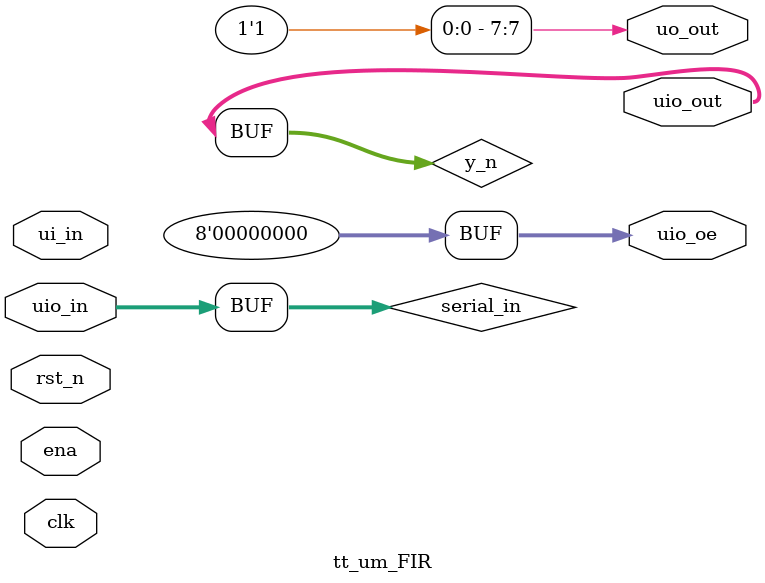
<source format=v>
`default_nettype none

module tt_um_FIR #(parameter N = 8, parameter SIZE = 8, parameter NUM_COEFF = 4) (
    input  wire [7:0] ui_in,    // Dedicated inputs - connected to the input switches
    output wire [7:0] uo_out,   // Dedicated outputs - connected to the 7 segment display
    input  wire [7:0] uio_in,   // IOs: Bidirectional Input path
    output wire [7:0] uio_out,  // IOs: Bidirectional Output path
    output wire [7:0] uio_oe,   // IOs: Bidirectional Enable path (active high: 0=input, 1=output)
    input  wire       ena,      // will go high when the design is enabled
    input  wire       clk,      // clock
    input  wire       rst_n     // reset_n - low to reset
);

	assign uio_oe = 0;

	// It's ALIVE !
	assign uo_out[7] = 1;


	wire [7:0] serial_in;
	assign serial_in = uio_in;

	wire [7:0] y_n;
	assign uio_out = y_n;

	// Deco y[n] va a 7seg_display
	//deco_7seg deco7_seg (.entrada(y_n[7:0]), .salida(uo_out[6:0]));


	wire [NUM_COEFF*SIZE-1:0] parallel_out;


	wire [SIZE*NUM_COEFF-1:0] coeffs;


	/*
	coeffs_regs cfs1(
		.coeff({1'b0, 1'b0, 1'b0, ui_in[7:3]}), 
		.sel(ui_in[2:1]), 
		.en(ui_in[0]), 
		.rst(rst_n), 
		.clk(clk), 
		.out(coeffs));

	shift_register #(.N(NUM_COEFF), .SIZE(SIZE)) sr (
	.clk(clk),
	.reset(rst_n),
	.serial_in(serial_in),
	.parallel_out(parallel_out),
	.en(ena)
	);

	fir #(.NUM_COEFF(NUM_COEFF), .NUMBER_SIZE(SIZE)) f (
	.x_ns(parallel_out),
	.y_n(y_n),
	.coeffs(coeffs)
	);
	*/
	

endmodule

</source>
